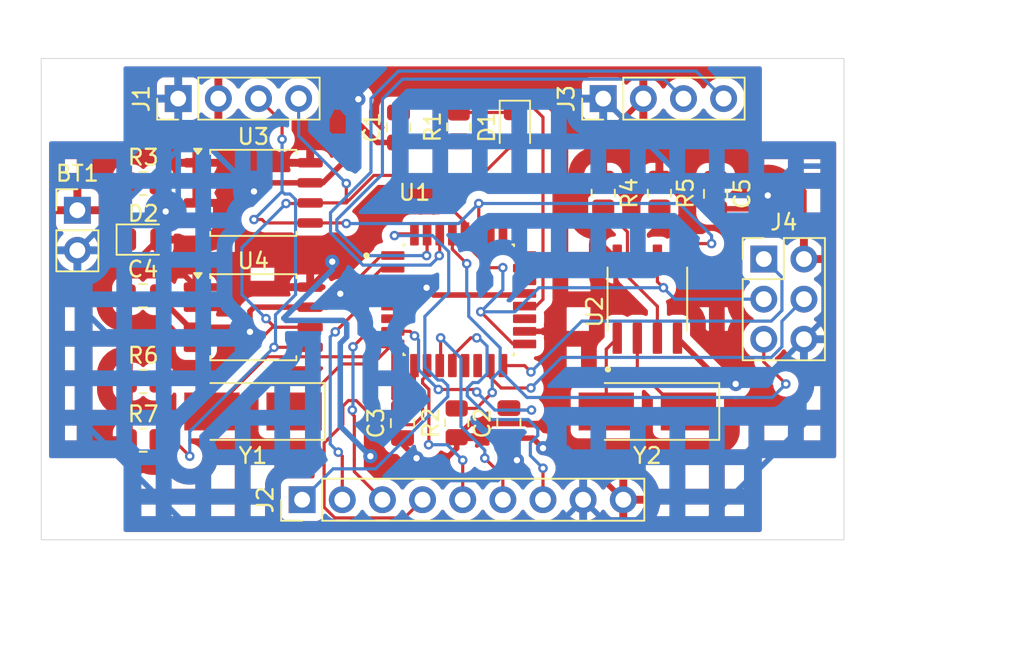
<source format=kicad_pcb>
(kicad_pcb (version 20240108) (generator "pcbnew") (generator_version "8.0")
  (title_block (title "${PROJECT_NAME}") (date "2025-02-01") (rev "1") (company "Jaime M. Villegas I.") (comment 1 "MCU Datalogger with 512KB EEPROM and Real-Time clock. 2-Layers PCB"))
  (layers (0 "F.Cu" jumper) (31 "B.Cu" signal) (34 "B.Paste" user) (35 "F.Paste" user) (36 "B.SilkS" user "B.Silkscreen") (37 "F.SilkS" user "F.Silkscreen") (38 "B.Mask" user) (39 "F.Mask" user) (44 "Edge.Cuts" user))
  (property "PROJECT_NAME" "ATMega328P MCU 512KB Datalogger")
  (net 0 "")
  (net 1 "GND")
  (net 2 "Net-(U1-AREF)")
  (net 3 "Net-(U1-PB6)")
  (net 4 "Net-(U1-PB7)")
  (net 5 "/VCC")
  (net 6 "/SCL")
  (net 7 "Net-(D1-K)")
  (net 8 "Net-(D2-K)")
  (net 9 "/SDA")
  (net 10 "/D5")
  (net 11 "/D2")
  (net 12 "/D4")
  (net 13 "/D3")
  (net 14 "/D6")
  (net 15 "/D7")
  (net 16 "/D8")
  (net 17 "/RX")
  (net 18 "/TX")
  (net 19 "/MISO")
  (net 20 "/RESET")
  (net 21 "/MOSI")
  (net 22 "Net-(U2-~{INTA})")
  (net 23 "Net-(U2-SQW{slash}~INT)")
  (net 34 "Net-(U2-X1)")
  (net 35 "Net-(U2-X2)")
  (footprint "Package_SO:SOIC-8_5.23x5.23mm_P1.27mm" (layer "F.Cu") (at 136.1 95.339)
    (property "Reference" "U3")
    (property "Value" "24LC1025")
  )
  (footprint "Resistor_SMD:R_0805_2012Metric" (layer "F.Cu") (at 149.098 91.161 90)
    (property "Reference" "R1")
    (property "Value" "330")
  )
  (footprint "MountingHole:MountingHole_2.1mm" (layer "F.Cu") (at 170.942 114.77)
    (property "Reference" "H4" (hide yes))
    (property "Value" "MountingHole")
  )
  (footprint "Resistor_SMD:R_0805_2012Metric" (layer "F.Cu") (at 129.1355 107.286)
    (property "Reference" "R6")
    (property "Value" "4.7K")
  )
  (footprint "ATMEGA328P-AU:QFP80P900X900X120-32N" (layer "F.Cu") (at 149.098 102.108)
    (property "Reference" "U1")
    (property "Value" "ATMEGA328P-AU")
  )
  (footprint "MountingHole:MountingHole_2.1mm" (layer "F.Cu") (at 170.942 89.37)
    (property "Reference" "H2" (hide yes))
    (property "Value" "MountingHole")
  )
  (footprint "MountingHole:MountingHole_2.1mm" (layer "F.Cu") (at 125.222 89.37)
    (property "Reference" "H1" (hide yes))
    (property "Value" "MountingHole")
  )
  (footprint "Capacitor_SMD:C_0805_2012Metric" (layer "F.Cu") (at 145.288 91.1985 90)
    (property "Reference" "C1")
    (property "Value" "0.1u")
  )
  (footprint "Package_SO:SOIC-8_5.23x5.23mm_P1.27mm" (layer "F.Cu") (at 136.1 103.213)
    (property "Reference" "U4")
    (property "Value" "24LC1025")
  )
  (footprint "Capacitor_SMD:C_0805_2012Metric" (layer "F.Cu") (at 165.354 95.4 -90)
    (property "Reference" "C5")
    (property "Value" "0.1u")
  )
  (footprint "MountingHole:MountingHole_2.1mm" (layer "F.Cu") (at 125.222 114.77)
    (property "Reference" "H3" (hide yes))
    (property "Value" "MountingHole")
  )
  (footprint "DS1337S_:SOIC127P600X175-8N" (layer "F.Cu") (at 161.036 102.07 90)
    (property "Reference" "U2")
    (property "Value" "DS1337S_")
  )
  (footprint "Crystal:Crystal_SMD_5032-2Pin_5.0x3.2mm_HandSoldering" (layer "F.Cu") (at 161.036 109.182 180)
    (property "Reference" "Y2")
    (property "Value" "32.768 KHz")
  )
  (footprint "Connector_PinHeader_2.54mm:PinHeader_2x03_P2.54mm_Vertical" (layer "F.Cu") (at 168.402 99.53)
    (property "Reference" "J4")
    (property "Value" "Conn_02x03_Odd_Even")
  )
  (footprint "Capacitor_SMD:C_0805_2012Metric" (layer "F.Cu") (at 152.273 109.921 90)
    (property "Reference" "C2")
    (property "Value" "22p")
  )
  (footprint "LED_SMD:LED_0805_2012Metric" (layer "F.Cu") (at 152.654 91.186 -90)
    (property "Reference" "D1")
    (property "Value" "LED")
  )
  (footprint "LED_SMD:LED_0805_2012Metric" (layer "F.Cu") (at 129.1355 98.298)
    (property "Reference" "D2")
    (property "Value" "LED")
  )
  (footprint "Crystal:Crystal_SMD_5032-2Pin_5.0x3.2mm_HandSoldering" (layer "F.Cu") (at 136.084 109.182 180)
    (property "Reference" "Y1")
    (property "Value" "16 MHz")
  )
  (footprint "Resistor_SMD:R_0805_2012Metric" (layer "F.Cu") (at 161.798 95.3625 -90)
    (property "Reference" "R5")
    (property "Value" "10K")
  )
  (footprint "Connector_PinHeader_2.54mm:PinHeader_1x02_P2.54mm_Vertical" (layer "F.Cu") (at 124.968 96.438)
    (property "Reference" "BT1")
    (property "Value" "Battery")
  )
  (footprint "Connector_PinHeader_2.54mm:PinHeader_1x04_P2.54mm_Vertical" (layer "F.Cu") (at 158.242 89.37 90)
    (property "Reference" "J3")
    (property "Value" "Conn_01x04_Pin")
  )
  (footprint "Capacitor_SMD:C_0805_2012Metric" (layer "F.Cu") (at 129.1155 101.854)
    (property "Reference" "C4")
    (property "Value" "100n")
  )
  (footprint "Resistor_SMD:R_0805_2012Metric" (layer "F.Cu") (at 129.1355 94.742)
    (property "Reference" "R3")
    (property "Value" "330")
  )
  (footprint "Connector_PinHeader_2.54mm:PinHeader_1x09_P2.54mm_Vertical" (layer "F.Cu") (at 139.192 114.77 90)
    (property "Reference" "J2")
    (property "Value" "Conn_01x09_Pin")
  )
  (footprint "Resistor_SMD:R_0805_2012Metric" (layer "F.Cu") (at 129.1355 110.998)
    (property "Reference" "R7")
    (property "Value" "4.7K")
  )
  (footprint "Connector_PinHeader_2.54mm:PinHeader_1x04_P2.54mm_Vertical" (layer "F.Cu") (at 131.35 89.37 90)
    (property "Reference" "J1")
    (property "Value" "Conn_01x04_Pin")
  )
  (footprint "Resistor_SMD:R_0805_2012Metric" (layer "F.Cu") (at 158.242 95.3625 -90)
    (property "Reference" "R4")
    (property "Value" "10K")
  )
  (footprint "Capacitor_SMD:C_0805_2012Metric" (layer "F.Cu") (at 145.542 109.921 90)
    (property "Reference" "C3")
    (property "Value" "22p")
  )
  (footprint "Resistor_SMD:R_0805_2012Metric" (layer "F.Cu") (at 148.971 109.901 90)
    (property "Reference" "R2")
    (property "Value" "10K")
  )
  (gr_rect (start 122.682 86.83) (end 173.482 117.31) (stroke (width 0.05)) (fill none) (layer "Edge.Cuts"))
  (segment (start 147.528 101.808) (end 147.066 101.346) (width 0.35) (layer "F.Cu") (net 1))
  (segment (start 145.542 111.252) (end 146.431 112.141) (width 0.35) (layer "F.Cu") (net 1))
  (segment (start 147.066 101.346) (end 146.628 100.908) (width 0.35) (layer "F.Cu") (net 1))
  (segment (start 142.748 90.932) (end 143.9645 92.1485) (width 0.35) (layer "F.Cu") (net 1))
  (segment (start 167.81 96.35) (end 165.354 96.35) (width 0.35) (layer "F.Cu") (net 1))
  (segment (start 145.6705 92.0735) (end 149.098 92.0735) (width 0.35) (layer "F.Cu") (net 1))
  (segment (start 168.656 95.504) (end 167.81 96.35) (width 0.35) (layer "F.Cu") (net 1))
  (segment (start 152.781 112.268) (end 152.781 111.379) (width 0.35) (layer "F.Cu") (net 1))
  (segment (start 142.748 89.408) (end 142.748 90.932) (width 0.35) (layer "F.Cu") (net 1))
  (segment (start 130.0655 101.854) (end 132.0595 103.848) (width 0.35) (layer "F.Cu") (net 1))
  (segment (start 166.624 107.442) (end 165.838 107.442) (width 0.35) (layer "F.Cu") (net 1))
  (segment (start 131.28 97.244) (end 132.5 97.244) (width 0.35) (layer "F.Cu") (net 1))
  (segment (start 145.904 102.508) (end 144.928 102.508) (width 0.35) (layer "F.Cu") (net 1))
  (segment (start 132.0595 103.848) (end 132.5 103.848) (width 0.35) (layer "F.Cu") (net 1))
  (segment (start 135.89 102.832) (end 136.144 102.578) (width 0.35) (layer "F.Cu") (net 1))
  (segment (start 142.748 92.455999) (end 142.748 90.932) (width 0.35) (layer "F.Cu") (net 1))
  (segment (start 152.781 111.379) (end 152.273 110.871) (width 0.35) (layer "F.Cu") (net 1))
  (segment (start 145.542 110.871) (end 145.542 111.252) (width 0.35) (layer "F.Cu") (net 1))
  (segment (start 140.499999 94.704) (end 142.748 92.455999) (width 0.35) (layer "F.Cu") (net 1))
  (segment (start 140.754 102.578) (end 141.605 101.727) (width 0.35) (layer "F.Cu") (net 1))
  (segment (start 145.288 92.1485) (end 145.5955 92.1485) (width 0.35) (layer "F.Cu") (net 1))
  (segment (start 153.797 110.871) (end 154.432 111.506) (width 0.35) (layer "F.Cu") (net 1))
  (segment (start 152.273 110.871) (end 153.797 110.871) (width 0.35) (layer "F.Cu") (net 1))
  (segment (start 165.838 107.442) (end 162.941 104.545) (width 0.35) (layer "F.Cu") (net 1))
  (segment (start 136.69 94.704) (end 139.7 94.704) (width 0.35) (layer "F.Cu") (net 1))
  (segment (start 139.7 102.578) (end 140.754 102.578) (width 0.35) (layer "F.Cu") (net 1))
  (segment (start 130.556 96.52) (end 130.556 95.25) (width 0.35) (layer "F.Cu") (net 1))
  (segment (start 135.598 103.848) (end 132.5 103.848) (width 0.35) (layer "F.Cu") (net 1))
  (segment (start 135.89 104.14) (end 135.598 103.848) (width 0.35) (layer "F.Cu") (net 1))
  (segment (start 153.208 101.808) (end 147.528 101.808) (width 0.35) (layer "F.Cu") (net 1))
  (segment (start 130.556 96.52) (end 131.28 97.244) (width 0.35) (layer "F.Cu") (net 1))
  (segment (start 136.144 102.578) (end 139.7 102.578) (width 0.35) (layer "F.Cu") (net 1))
  (segment (start 153.268 101.708) (end 153.268 101.748) (width 0.35) (layer "F.Cu") (net 1))
  (segment (start 130.556 95.25) (end 130.048 94.742) (width 0.35) (layer "F.Cu") (net 1))
  (segment (start 139.7 94.704) (end 140.499999 94.704) (width 0.35) (layer "F.Cu") (net 1))
  (segment (start 145.5955 92.1485) (end 145.6705 92.0735) (width 0.35) (layer "F.Cu") (net 1))
  (segment (start 147.066 101.346) (end 145.904 102.508) (width 0.35) (layer "F.Cu") (net 1))
  (segment (start 136.144 95.25) (end 136.69 94.704) (width 0.35) (layer "F.Cu") (net 1))
  (segment (start 146.628 100.908) (end 144.928 100.908) (width 0.35) (layer "F.Cu") (net 1))
  (segment (start 132.5 105.118) (end 132.5 103.848) (width 0.35) (layer "F.Cu") (net 1))
  (segment (start 135.89 104.14) (end 135.89 102.832) (width 0.35) (layer "F.Cu") (net 1))
  (segment (start 143.9645 92.1485) (end 145.288 92.1485) (width 0.35) (layer "F.Cu") (net 1))
  (segment (start 153.268 101.748) (end 153.208 101.808) (width 0.35) (layer "F.Cu") (net 1))
  (via (at 147.066 101.346) (size 0.9) (drill 0.4) (layers "F.Cu" "B.Cu") (net 1))
  (via (at 146.431 112.141) (size 0.9) (drill 0.4) (layers "F.Cu" "B.Cu") (net 1))
  (via (at 136.144 95.25) (size 0.9) (drill 0.4) (layers "F.Cu" "B.Cu") (net 1))
  (via (at 135.89 104.14) (size 0.9) (drill 0.4) (layers "F.Cu" "B.Cu") (net 1))
  (via (at 142.748 89.408) (size 0.9) (drill 0.4) (layers "F.Cu" "B.Cu") (net 1))
  (via (at 152.781 112.268) (size 0.9) (drill 0.4) (layers "F.Cu" "B.Cu") (net 1))
  (via (at 141.605 101.727) (size 0.9) (drill 0.4) (layers "F.Cu" "B.Cu") (net 1))
  (via (at 166.624 107.442) (size 0.9) (drill 0.4) (layers "F.Cu" "B.Cu") (net 1))
  (via (at 168.656 95.504) (size 0.9) (drill 0.4) (layers "F.Cu" "B.Cu") (net 1))
  (via (at 130.556 96.52) (size 0.9) (drill 0.4) (layers "F.Cu" "B.Cu") (net 1))
  (via (at 154.432 111.506) (size 0.9) (drill 0.4) (layers "F.Cu" "B.Cu") (net 1))
  (segment (start 124.968 98.978) (end 124.968 109.474) (width 0.35) (layer "B.Cu") (net 1))
  (segment (start 170.942 104.61) (end 170.942 109.982) (width 0.35) (layer "B.Cu") (net 1))
  (segment (start 133.49 92.596) (end 136.144 95.25) (width 0.35) (layer "B.Cu") (net 1))
  (segment (start 170.942 109.982) (end 164.879 116.045) (width 0.35) (layer "B.Cu") (net 1))
  (segment (start 158.917 90.045) (end 158.917 89.431877) (width 0.35) (layer "B.Cu") (net 1))
  (segment (start 131.35 92.596) (end 133.49 92.596) (width 0.35) (layer "B.Cu") (net 1))
  (segment (start 155.956 111.506) (end 154.432 111.506) (width 0.35) (layer "B.Cu") (net 1))
  (segment (start 172.217 93.644) (end 170.262 93.644) (width 0.35) (layer "B.Cu") (net 1))
  (segment (start 156.972 112.522) (end 155.956 111.506) (width 0.35) (layer "B.Cu") (net 1))
  (segment (start 168.11 107.442) (end 166.624 107.442) (width 0.35) (layer "B.Cu") (net 1))
  (segment (start 151.554 113.495) (end 152.781 112.268) (width 0.35) (layer "B.Cu") (net 1))
  (segment (start 131.35 92.596) (end 131.35 89.37) (width 0.35) (layer "B.Cu") (net 1))
  (segment (start 155.41 116.332) (end 156.972 114.77) (width 0.35) (layer "B.Cu") (net 1))
  (segment (start 124.968 98.978) (end 131.35 92.596) (width 0.35) (layer "B.Cu") (net 1))
  (segment (start 158.242 89.37) (end 158.917 90.045) (width 0.35) (layer "B.Cu") (net 1))
  (segment (start 168.656 95.25) (end 168.656 95.504) (width 0.35) (layer "B.Cu") (net 1))
  (segment (start 131.35 95.726) (end 131.35 92.596) (width 0.35) (layer "B.Cu") (net 1))
  (segment (start 146.685 101.727) (end 147.066 101.346) (width 0.35) (layer "B.Cu") (net 1))
  (segment (start 124.968 102.362) (end 126.746 104.14) (width 0.35) (layer "B.Cu") (net 1))
  (segment (start 164.879 116.045) (end 158.247 116.045) (width 0.35) (layer "B.Cu") (net 1))
  (segment (start 170.942 104.61) (end 168.11 107.442) (width 0.35) (layer "B.Cu") (net 1))
  (segment (start 170.18 93.726) (end 168.656 95.25) (width 0.35) (layer "B.Cu") (net 1))
  (segment (start 124.968 98.978) (end 124.968 102.362) (width 0.35) (layer "B.Cu") (net 1))
  (segment (start 124.968 109.474) (end 131.826 116.332) (width 0.35) (layer "B.Cu") (net 1))
  (segment (start 156.972 114.77) (end 156.972 112.522) (width 0.35) (layer "B.Cu") (net 1))
  (segment (start 172.217 93.644) (end 172.217 103.335) (width 0.35) (layer "B.Cu") (net 1))
  (segment (start 164.376 95.504) (end 168.656 95.504) (width 0.35) (layer "B.Cu") (net 1))
  (segment (start 158.247 116.045) (end 156.972 114.77) (width 0.35) (layer "B.Cu") (net 1))
  (segment (start 170.262 93.644) (end 170.18 93.726) (width 0.35) (layer "B.Cu") (net 1))
  (segment (start 130.556 96.52) (end 131.35 95.726) (width 0.35) (layer "B.Cu") (net 1))
  (segment (start 131.826 116.332) (end 155.41 116.332) (width 0.35) (layer "B.Cu") (net 1))
  (segment (start 147.785 113.495) (end 151.554 113.495) (width 0.35) (layer "B.Cu") (net 1))
  (segment (start 126.746 104.14) (end 135.89 104.14) (width 0.35) (layer "B.Cu") (net 1))
  (segment (start 146.431 112.141) (end 147.785 113.495) (width 0.35) (layer "B.Cu") (net 1))
  (segment (start 158.242 89.37) (end 164.376 95.504) (width 0.35) (layer "B.Cu") (net 1))
  (segment (start 141.605 101.727) (end 146.685 101.727) (width 0.35) (layer "B.Cu") (net 1))
  (segment (start 142.786 89.37) (end 142.748 89.408) (width 0.35) (layer "B.Cu") (net 1))
  (segment (start 172.217 103.335) (end 170.942 104.61) (width 0.35) (layer "B.Cu") (net 1))
  (segment (start 153.317232 89.436) (end 154.432 90.550768) (width 0.2) (layer "F.Cu") (net 2))
  (segment (start 145.288 90.2485) (end 146.1005 89.436) (width 0.2) (layer "F.Cu") (net 2))
  (segment (start 154.432 90.550768) (end 154.432 102.079) (width 0.2) (layer "F.Cu") (net 2))
  (segment (start 146.1005 89.436) (end 153.317232 89.436) (width 0.2) (layer "F.Cu") (net 2))
  (segment (start 154.432 102.079) (end 154.003 102.508) (width 0.2) (layer "F.Cu") (net 2))
  (segment (start 154.003 102.508) (end 153.268 102.508) (width 0.2) (layer "F.Cu") (net 2))
  (segment (start 153.703 109.093) (end 152.395 109.093) (width 0.2) (layer "F.Cu") (net 3))
  (segment (start 152.273 109.098) (end 152.024 109.098) (width 0.2) (layer "F.Cu") (net 3))
  (segment (start 150.082211 107.791211) (end 150.241 107.95) (width 0.2) (layer "F.Cu") (net 3))
  (segment (start 144.332104 104.108) (end 144.928 104.108) (width 0.2) (layer "F.Cu") (net 3))
  (segment (start 152.395 109.093) (end 152.273 108.971) (width 0.2) (layer "F.Cu") (net 3))
  (segment (start 147.812 107.791211) (end 150.082211 107.791211) (width 0.2) (layer "F.Cu") (net 3))
  (segment (start 143.893 104.547104) (end 144.332104 104.108) (width 0.2) (layer "F.Cu") (net 3))
  (segment (start 133.484 109.182) (end 136.948 105.718) (width 0.2) (layer "F.Cu") (net 3))
  (segment (start 143.202 105.718) (end 143.893 105.027) (width 0.2) (layer "F.Cu") (net 3))
  (segment (start 146.304 104.394) (end 146.018 104.108) (width 0.2) (layer "F.Cu") (net 3))
  (segment (start 136.948 105.718) (end 143.202 105.718) (width 0.2) (layer "F.Cu") (net 3))
  (segment (start 146.018 104.108) (end 144.928 104.108) (width 0.2) (layer "F.Cu") (net 3))
  (segment (start 143.893 105.027) (end 143.893 104.547104) (width 0.2) (layer "F.Cu") (net 3))
  (via (at 146.304 104.394) (size 0.6) (drill 0.3) (layers "F.Cu" "B.Cu") (net 3))
  (via (at 150.241 107.95) (size 0.6) (drill 0.3) (layers "F.Cu" "B.Cu") (net 3))
  (via (at 153.703 109.093) (size 0.6) (drill 0.3) (layers "F.Cu" "B.Cu") (net 3))
  (via (at 147.812 107.791211) (size 0.6) (drill 0.3) (layers "F.Cu" "B.Cu") (net 3))
  (segment (start 151.384 109.093) (end 153.703 109.093) (width 0.2) (layer "B.Cu") (net 3))
  (segment (start 146.558 104.648) (end 146.304 104.394) (width 0.2) (layer "B.Cu") (net 3))
  (segment (start 147.812 107.791211) (end 146.558 106.537211) (width 0.2) (layer "B.Cu") (net 3))
  (segment (start 150.241 107.95) (end 151.384 109.093) (width 0.2) (layer "B.Cu") (net 3))
  (segment (start 146.558 106.537211) (end 146.558 104.648) (width 0.2) (layer "B.Cu") (net 3))
  (segment (start 141.694 106.172) (end 143.664 106.172) (width 0.2) (layer "F.Cu") (net 4))
  (segment (start 143.664 106.172) (end 144.928 104.908) (width 0.2) (layer "F.Cu") (net 4))
  (segment (start 145.542 108.971) (end 144.928 108.357) (width 0.2) (layer "F.Cu") (net 4))
  (segment (start 138.684 109.182) (end 141.694 106.172) (width 0.2) (layer "F.Cu") (net 4))
  (segment (start 144.928 108.357) (end 144.928 104.908) (width 0.2) (layer "F.Cu") (net 4))
  (segment (start 139.7 101.308) (end 140.499999 101.308) (width 0.35) (layer "F.Cu") (net 5))
  (segment (start 170.942 99.53) (end 170.942 95.25) (width 0.35) (layer "F.Cu") (net 5))
  (segment (start 154.654 104.108) (end 153.268 104.108) (width 0.35) (layer "F.Cu") (net 5))
  (segment (start 133.725 96.133) (end 133.566 95.974) (width 0.35) (layer "F.Cu") (net 5))
  (segment (start 143.51 112.014) (end 144.526 113.03) (width 0.35) (layer "F.Cu") (net 5))
  (segment (start 161.798 94.45) (end 158.242 94.45) (width 0.35) (layer "F.Cu") (net 5))
  (segment (start 132.5 102.578) (end 132.5 101.308) (width 0.35) (layer "F.Cu") (net 5))
  (segment (start 128.1655 99.6725) (end 128.27 99.568) (width 0.35) (layer "F.Cu") (net 5))
  (segment (start 157.117 97.581) (end 157.117 95.575) (width 0.35) (layer "F.Cu") (net 5))
  (segment (start 127 99.568) (end 128.27 99.568) (width 0.35) (layer "F.Cu") (net 5))
  (segment (start 133.566 95.974) (end 132.5 95.974) (width 0.35) (layer "F.Cu") (net 5))
  (segment (start 128.223 102.315) (end 128.223 107.286) (width 0.35) (layer "F.Cu") (net 5))
  (segment (start 131.776 100.584) (end 128.1655 100.584) (width 0.35) (layer "F.Cu") (net 5))
  (segment (start 133.89 89.37) (end 133.89 92.044) (width 0.35) (layer "F.Cu") (net 5))
  (segment (start 141.097 99.911) (end 139.7 101.308) (width 0.35) (layer "F.Cu") (net 5))
  (segment (start 132.5 101.308) (end 139.7 101.308) (width 0.35) (layer "F.Cu") (net 5))
  (segment (start 165.354 94.45) (end 170.142 94.45) (width 0.35) (layer "F.Cu") (net 5))
  (segment (start 147.447 113.03) (end 148.971 111.506) (width 0.35) (layer "F.Cu") (net 5))
  (segment (start 124.968 96.438) (end 126.664 96.438) (width 0.35) (layer "F.Cu") (net 5))
  (segment (start 128.803 99.568) (end 130.073 98.298) (width 0.35) (layer "F.Cu") (net 5))
  (segment (start 155.158 109.946) (end 155.194 109.982) (width 0.35) (layer "F.Cu") (net 5))
  (segment (start 132.5 93.434) (end 132.5 94.704) (width 0.35) (layer "F.Cu") (net 5))
  (segment (start 148.971 110.8135) (end 149.8385 109.946) (width 0.35) (layer "F.Cu") (net 5))
  (segment (start 126.664 96.438) (end 127 96.774) (width 0.35) (layer "F.Cu") (net 5))
  (segment (start 128.1655 102.2575) (end 128.223 102.315) (width 0.35) (layer "F.Cu") (net 5))
  (segment (start 132.5 93.434) (end 139.7 93.434) (width 0.35) (layer "F.Cu") (net 5))
  (segment (start 159.131 99.595) (end 157.117 97.581) (width 0.35) (layer "F.Cu") (net 5))
  (segment (start 128.1655 101.854) (end 128.1655 102.2575) (width 0.35) (layer "F.Cu") (net 5))
  (segment (start 128.1655 101.854) (end 128.1655 100.584) (width 0.35) (layer "F.Cu") (net 5))
  (segment (start 165.354 94.45) (end 161.798 94.45) (width 0.35) (layer "F.Cu") (net 5))
  (segment (start 158.242 94.45) (end 158.242 91.91) (width 0.35) (layer "F.Cu") (net 5))
  (segment (start 149.8385 109.946) (end 155.158 109.946) (width 0.35) (layer "F.Cu") (net 5))
  (segment (start 132.5 101.308) (end 131.776 100.584) (width 0.35) (layer "F.Cu") (net 5))
  (segment (start 128.27 99.568) (end 128.803 99.568) (width 0.35) (layer "F.Cu") (net 5))
  (segment (start 155.194 109.982) (end 155.194 110.452) (width 0.35) (layer "F.Cu") (net 5))
  (segment (start 141.097 99.695) (end 141.097 99.911) (width 0.35) (layer "F.Cu") (net 5))
  (segment (start 170.142 94.45) (end 170.942 95.25) (width 0.35) (layer "F.Cu") (net 5))
  (segment (start 148.971 111.506) (end 148.971 110.8135) (width 0.35) (layer "F.Cu") (net 5))
  (segment (start 155.194 104.648) (end 154.654 104.108) (width 0.35) (layer "F.Cu") (net 5))
  (segment (start 144.526 113.03) (end 147.447 113.03) (width 0.35) (layer "F.Cu") (net 5))
  (segment (start 128.223 110.998) (end 128.223 107.286) (width 0.35) (layer "F.Cu") (net 5))
  (segment (start 132.5 95.974) (end 132.5 94.704) (width 0.35) (layer "F.Cu") (net 5))
  (segment (start 130.073 98.298) (end 133.063328 98.298) (width 0.35) (layer "F.Cu") (net 5))
  (segment (start 128.1655 100.584) (end 128.1655 99.6725) (width 0.35) (layer "F.Cu") (net 5))
  (segment (start 155.194 104.648) (end 155.194 109.982) (width 0.35) (layer "F.Cu") (net 5))
  (segment (start 157.117 95.575) (end 158.242 94.45) (width 0.35) (layer "F.Cu") (net 5))
  (segment (start 133.725 97.636328) (end 133.725 96.133) (width 0.35) (layer "F.Cu") (net 5))
  (segment (start 133.89 92.044) (end 132.5 93.434) (width 0.35) (layer "F.Cu") (net 5))
  (segment (start 155.194 110.452) (end 159.512 114.77) (width 0.35) (layer "F.Cu") (net 5))
  (segment (start 133.063328 98.298) (end 133.725 97.636328) (width 0.35) (layer "F.Cu") (net 5))
  (segment (start 127 96.774) (end 127 99.568) (width 0.35) (layer "F.Cu") (net 5))
  (segment (start 158.242 91.91) (end 160.782 89.37) (width 0.35) (layer "F.Cu") (net 5))
  (via (at 143.51 112.014) (size 0.9) (drill 0.4) (layers "F.Cu" "B.Cu") (net 5))
  (via (at 141.097 99.695) (size 0.9) (drill 0.4) (layers "F.Cu" "B.Cu") (net 5))
  (segment (start 143.51 112.014) (end 141.605 110.109) (width 0.35) (layer "B.Cu") (net 5))
  (segment (start 141.605 110.109) (end 141.605 104.865) (width 0.35) (layer "B.Cu") (net 5))
  (segment (start 142.0125 104.4575) (end 142.0125 103.649195) (width 0.35) (layer "B.Cu") (net 5))
  (segment (start 138.031 103.271933) (end 141.097 100.205933) (width 0.35) (layer "B.Cu") (net 5))
  (segment (start 142.0125 103.649195) (end 141.778305 103.415) (width 0.35) (layer "B.Cu") (net 5))
  (segment (start 141.778305 103.415) (end 138.174067 103.415) (width 0.35) (layer "B.Cu") (net 5))
  (segment (start 138.174067 103.415) (end 138.031 103.271933) (width 0.35) (layer "B.Cu") (net 5))
  (segment (start 141.605 104.865) (end 142.0125 104.4575) (width 0.35) (layer "B.Cu") (net 5))
  (segment (start 141.097 100.205933) (end 141.097 99.695) (width 0.35) (layer "B.Cu") (net 5))
  (segment (start 141.986 95.974) (end 143.726 94.234) (width 0.2) (layer "F.Cu") (net 6))
  (segment (start 150.263 93.98) (end 148.269 95.974) (width 0.2) (layer "F.Cu") (net 6))
  (segment (start 148.269 95.974) (end 149.498 97.203) (width 0.2) (layer "F.Cu") (net 6))
  (segment (start 141.986 94.742) (end 141.986 95.974) (width 0.2) (layer "F.Cu") (net 6))
  (segment (start 152.654 92.1235) (end 150.7975 93.98) (width 0.2) (layer "F.Cu") (net 6))
  (segment (start 137.313371 103.848) (end 133.875371 107.286) (width 0.2) (layer "F.Cu") (net 6))
  (segment (start 139.662 96.012) (end 139.7 95.974) (width 0.2) (layer "F.Cu") (net 6))
  (segment (start 137.451 103.848) (end 136.906 103.303) (width 0.2) (layer "F.Cu") (net 6))
  (segment (start 152.533 104.908) (end 153.268 104.908) (width 0.2) (layer "F.Cu") (net 6))
  (segment (start 138.176 96.012) (end 139.662 96.012) (width 0.2) (layer "F.Cu") (net 6))
  (segment (start 150.495 102.87) (end 152.533 104.908) (width 0.2) (layer "F.Cu") (net 6))
  (segment (start 149.498 97.203) (end 149.498 97.938) (width 0.2) (layer "F.Cu") (net 6))
  (segment (start 161.671 100.965) (end 161.671 99.595) (width 0.2) (layer "F.Cu") (net 6))
  (segment (start 148.269 94.929) (end 148.269 95.974) (width 0.2) (layer "F.Cu") (net 6))
  (segment (start 133.875371 107.286) (end 130.048 107.286) (width 0.2) (layer "F.Cu") (net 6))
  (segment (start 150.7975 93.98) (end 150.263 93.98) (width 0.2) (layer "F.Cu") (net 6))
  (segment (start 147.574 94.234) (end 148.269 94.929) (width 0.2) (layer "F.Cu") (net 6))
  (segment (start 139.7 103.848) (end 137.313371 103.848) (width 0.2) (layer "F.Cu") (net 6))
  (segment (start 143.726 94.234) (end 147.574 94.234) (width 0.2) (layer "F.Cu") (net 6))
  (segment (start 151.040104 100.076) (end 149.498 98.533896) (width 0.2) (layer "F.Cu") (net 6))
  (segment (start 149.498 98.533896) (end 149.498 97.938) (width 0.2) (layer "F.Cu") (net 6))
  (segment (start 139.7 103.848) (end 137.451 103.848) (width 0.2) (layer "F.Cu") (net 6))
  (segment (start 139.7 95.974) (end 141.986 95.974) (width 0.2) (layer "F.Cu") (net 6))
  (segment (start 151.892 100.076) (end 151.040104 100.076) (width 0.2) (layer "F.Cu") (net 6))
  (segment (start 162.052 101.346) (end 161.671 100.965) (width 0.2) (layer "F.Cu") (net 6))
  (via (at 138.176 96.012) (size 0.6) (drill 0.3) (layers "F.Cu" "B.Cu") (net 6))
  (via (at 150.495 102.87) (size 0.6) (drill 0.3) (layers "F.Cu" "B.Cu") (net 6))
  (via (at 141.986 94.742) (size 0.6) (drill 0.3) (layers "F.Cu" "B.Cu") (net 6))
  (via (at 136.906 103.303) (size 0.6) (drill 0.3) (layers "F.Cu" "B.Cu") (net 6))
  (via (at 162.052 101.346) (size 0.6) (drill 0.3) (layers "F.Cu" "B.Cu") (net 6))
  (via (at 151.892 100.076) (size 0.6) (drill 0.3) (layers "F.Cu" "B.Cu") (net 6))
  (segment (start 138.97 91.726) (end 141.986 94.742) (width 0.2) (layer "B.Cu") (net 6))
  (segment (start 135.382 98.806) (end 138.176 96.012) (width 0.2) (layer "B.Cu") (net 6))
  (segment (start 162.776 102.07) (end 168.402 102.07) (width 0.2) (layer "B.Cu") (net 6))
  (segment (start 162.052 101.346) (end 162.776 102.07) (width 0.2) (layer "B.Cu") (net 6))
  (segment (start 154.178 101.346) (end 162.052 101.346) (width 0.2) (layer "B.Cu") (net 6))
  (segment (start 152.654 102.87) (end 154.178 101.346) (width 0.2) (layer "B.Cu") (net 6))
  (segment (start 151.892 100.076) (end 151.892 101.473) (width 0.2) (layer "B.Cu") (net 6))
  (segment (start 151.892 101.473) (end 150.495 102.87) (width 0.2) (layer "B.Cu") (net 6))
  (segment (start 135.382 101.779) (end 135.382 98.806) (width 0.2) (layer "B.Cu") (net 6))
  (segment (start 150.495 102.87) (end 152.654 102.87) (width 0.2) (layer "B.Cu") (net 6))
  (segment (start 136.906 103.303) (end 135.382 101.779) (width 0.2) (layer "B.Cu") (net 6))
  (segment (start 138.97 89.37) (end 138.97 91.726) (width 0.2) (layer "B.Cu") (net 6))
  (segment (start 149.098 90.2485) (end 152.654 90.2485) (width 0.2) (layer "F.Cu") (net 7))
  (segment (start 128.198 98.298) (end 128.198 94.767) (width 0.2) (layer "F.Cu") (net 8))
  (segment (start 128.198 94.767) (end 128.223 94.742) (width 0.2) (layer "F.Cu") (net 8))
  (segment (start 128.223 98.273) (end 128.198 98.298) (width 0.2) (layer "F.Cu") (net 8))
  (segment (start 131.064 110.998) (end 130.048 110.998) (width 0.2) (layer "F.Cu") (net 9))
  (segment (start 137.922 90.862) (end 137.922 91.948) (width 0.2) (layer "F.Cu") (net 9))
  (segment (start 141.948 97.244) (end 141.986 97.282) (width 0.2) (layer "F.Cu") (net 9))
  (segment (start 136.652 97.028) (end 136.868 97.244) (width 0.2) (layer "F.Cu") (net 9))
  (segment (start 139.7 105.118) (end 137.414 105.118) (width 0.2) (layer "F.Cu") (net 9))
  (segment (start 150.368 96.012) (end 150.368 97.868) (width 0.2) (layer "F.Cu") (net 9))
  (segment (start 132.08 112.014) (end 131.064 110.998) (width 0.2) (layer "F.Cu") (net 9))
  (segment (start 136.144 97.028) (end 136.652 97.028) (width 0.2) (layer "F.Cu") (net 9))
  (segment (start 136.868 97.244) (end 139.7 97.244) (width 0.2) (layer "F.Cu") (net 9))
  (segment (start 150.368 97.868) (end 150.298 97.938) (width 0.2) (layer "F.Cu") (net 9))
  (segment (start 163.984 98.552) (end 162.941 99.595) (width 0.2) (layer "F.Cu") (net 9))
  (segment (start 165.1 98.552) (end 163.984 98.552) (width 0.2) (layer "F.Cu") (net 9))
  (segment (start 136.43 89.37) (end 137.922 90.862) (width 0.2) (layer "F.Cu") (net 9))
  (segment (start 139.7 97.244) (end 141.948 97.244) (width 0.2) (layer "F.Cu") (net 9))
  (via (at 141.986 97.282) (size 0.6) (drill 0.3) (layers "F.Cu" "B.Cu") (net 9))
  (via (at 165.1 98.552) (size 0.6) (drill 0.3) (layers "F.Cu" "B.Cu") (net 9))
  (via (at 137.414 105.118) (size 0.6) (drill 0.3) (layers "F.Cu" "B.Cu") (net 9))
  (via (at 136.144 97.028) (size 0.6) (drill 0.3) (layers "F.Cu" "B.Cu") (net 9))
  (via (at 137.922 91.948) (size 0.6) (drill 0.3) (layers "F.Cu" "B.Cu") (net 9))
  (via (at 132.08 112.014) (size 0.6) (drill 0.3) (layers "F.Cu" "B.Cu") (net 9))
  (via (at 150.368 96.012) (size 0.6) (drill 0.3) (layers "F.Cu" "B.Cu") (net 9))
  (segment (start 149.098 97.282) (end 150.368 96.012) (width 0.2) (layer "B.Cu") (net 9))
  (segment (start 137.414 105.118) (end 137.506 105.026) (width 0.2) (layer "B.Cu") (net 9))
  (segment (start 138.424529 95.412) (end 138.084 95.412) (width 0.2) (layer "B.Cu") (net 9))
  (segment (start 138.776 95.763471) (end 138.424529 95.412) (width 0.2) (layer "B.Cu") (net 9))
  (segment (start 163.068 96.012) (end 150.368 96.012) (width 0.2) (layer "B.Cu") (net 9))
  (segment (start 137.414 105.118) (end 132.08 110.452) (width 0.2) (layer "B.Cu") (net 9))
  (segment (start 132.08 110.452) (end 132.08 112.014) (width 0.2) (layer "B.Cu") (net 9))
  (segment (start 138.776 101.784471) (end 138.776 95.763471) (width 0.2) (layer "B.Cu") (net 9))
  (segment (start 138.084 95.412) (end 137.922 95.25) (width 0.2) (layer "B.Cu") (net 9))
  (segment (start 137.922 91.948) (end 137.922 95.25) (width 0.2) (layer "B.Cu") (net 9))
  (segment (start 137.506 103.054471) (end 138.776 101.784471) (width 0.2) (layer "B.Cu") (net 9))
  (segment (start 165.1 98.552) (end 165.1 98.044) (width 0.2) (layer "B.Cu") (net 9))
  (segment (start 141.986 97.282) (end 149.098 97.282) (width 0.2) (layer "B.Cu") (net 9))
  (segment (start 137.506 105.026) (end 137.506 103.054471) (width 0.2) (layer "B.Cu") (net 9))
  (segment (start 165.1 98.044) (end 163.068 96.012) (width 0.2) (layer "B.Cu") (net 9))
  (segment (start 137.922 95.25) (end 136.144 97.028) (width 0.2) (layer "B.Cu") (net 9))
  (segment (start 146.272456 110.021) (end 146.812 109.481456) (width 0.2) (layer "F.Cu") (net 10))
  (segment (start 140.582 115.246346) (end 140.582 111.180529) (width 0.2) (layer "F.Cu") (net 10))
  (segment (start 146.812 109.481456) (end 146.812 107.95) (width 0.2) (layer "F.Cu") (net 10))
  (segment (start 146.812 107.95) (end 146.298 107.436) (width 0.2) (layer "F.Cu") (net 10))
  (segment (start 140.582 111.180529) (end 141.767 109.995529) (width 0.2) (layer "F.Cu") (net 10))
  (segment (start 146.812 114.77) (end 145.662 115.92) (width 0.2) (layer "F.Cu") (net 10))
  (segment (start 141.767 108.844471) (end 142.118471 108.493) (width 0.2) (layer "F.Cu") (net 10))
  (segment (start 144.143529 110.021) (end 146.272456 110.021) (width 0.2) (layer "F.Cu") (net 10))
  (segment (start 141.255654 115.92) (end 140.582 115.246346) (width 0.2) (layer "F.Cu") (net 10))
  (segment (start 146.298 107.436) (end 146.298 106.278) (width 0.2) (layer "F.Cu") (net 10))
  (segment (start 141.767 109.995529) (end 141.767 108.844471) (width 0.2) (layer "F.Cu") (net 10))
  (segment (start 142.615529 108.493) (end 144.143529 110.021) (width 0.2) (layer "F.Cu") (net 10))
  (segment (start 142.118471 108.493) (end 142.615529 108.493) (width 0.2) (layer "F.Cu") (net 10))
  (segment (start 145.662 115.92) (end 141.255654 115.92) (width 0.2) (layer "F.Cu") (net 10))
  (segment (start 145.14 97.938) (end 145.034 98.044) (width 0.2) (layer "F.Cu") (net 11))
  (segment (start 146.298 97.938) (end 145.14 97.938) (width 0.2) (layer "F.Cu") (net 11))
  (via (at 145.034 98.044) (size 0.6) (drill 0.3) (layers "F.Cu" "B.Cu") (net 11))
  (segment (start 148.060529 107.191211) (end 148.412 107.542682) (width 0.2) (layer "B.Cu") (net 11))
  (segment (start 147.777686 107.191211) (end 148.060529 107.191211) (width 0.2) (layer "B.Cu") (net 11))
  (segment (start 148.466003 101.654683) (end 146.958 103.162686) (width 0.2) (layer "B.Cu") (net 11))
  (segment (start 146.958 103.162686) (end 146.958 106.371525) (width 0.2) (layer "B.Cu") (net 11))
  (segment (start 148.412 107.542682) (end 148.412 108.243371) (width 0.2) (layer "B.Cu") (net 11))
  (segment (start 147.444532 98.044) (end 148.466003 99.065471) (width 0.2) (layer "B.Cu") (net 11))
  (segment (start 141.148 112.814) (end 139.192 114.77) (width 0.2) (layer "B.Cu") (net 11))
  (segment (start 148.466003 99.065471) (end 148.466003 101.654683) (width 0.2) (layer "B.Cu") (net 11))
  (segment (start 143.841371 112.814) (end 141.148 112.814) (width 0.2) (layer "B.Cu") (net 11))
  (segment (start 145.034 98.044) (end 147.444532 98.044) (width 0.2) (layer "B.Cu") (net 11))
  (segment (start 146.958 106.371525) (end 147.777686 107.191211) (width 0.2) (layer "B.Cu") (net 11))
  (segment (start 148.412 108.243371) (end 143.841371 112.814) (width 0.2) (layer "B.Cu") (net 11))
  (segment (start 144.928 100.108) (end 144.261394 100.108) (width 0.2) (layer "F.Cu") (net 12))
  (segment (start 143.021 104.474306) (end 142.408186 105.08712) (width 0.2) (layer "F.Cu") (net 12))
  (segment (start 143.021 101.348394) (end 143.021 104.474306) (width 0.2) (layer "F.Cu") (net 12))
  (segment (start 144.272 114.77) (end 142.494 112.992) (width 0.2) (layer "F.Cu") (net 12))
  (segment (start 142.494 109.474) (end 142.494 112.214) (width 0.2) (layer "F.Cu") (net 12))
  (segment (start 144.261394 100.108) (end 143.021 101.348394) (width 0.2) (layer "F.Cu") (net 12))
  (segment (start 142.367 109.347) (end 142.494 109.474) (width 0.2) (layer "F.Cu") (net 12))
  (segment (start 142.367 109.093) (end 142.367 109.347) (width 0.2) (layer "F.Cu") (net 12))
  (segment (start 142.494 112.992) (end 142.494 112.214) (width 0.2) (layer "F.Cu") (net 12))
  (via (at 142.408186 105.08712) (size 0.6) (drill 0.3) (layers "F.Cu" "B.Cu") (net 12))
  (via (at 142.367 109.093) (size 0.6) (drill 0.3) (layers "F.Cu" "B.Cu") (net 12))
  (segment (start 142.367 109.093) (end 142.408186 109.051814) (width 0.2) (layer "B.Cu") (net 12))
  (segment (start 142.408186 109.051814) (end 142.408186 105.08712) (width 0.2) (layer "B.Cu") (net 12))
  (segment (start 141.2875 104.14) (end 142.621 102.8065) (width 0.2) (layer "F.Cu") (net 13))
  (segment (start 142.621 100.88) (end 144.193 99.308) (width 0.2) (layer "F.Cu") (net 13))
  (segment (start 141.732 112.014) (end 141.732 114.77) (width 0.2) (layer "F.Cu") (net 13))
  (segment (start 144.193 99.308) (end 144.928 99.308) (width 0.2) (layer "F.Cu") (net 13))
  (segment (start 142.621 102.8065) (end 142.621 100.88) (width 0.2) (layer "F.Cu") (net 13))
  (segment (start 141.478 111.76) (end 141.732 112.014) (width 0.2) (layer "F.Cu") (net 13))
  (via (at 141.2875 104.14) (size 0.6) (drill 0.3) (layers "F.Cu" "B.Cu") (net 13))
  (via (at 141.478 111.76) (size 0.6) (drill 0.3) (layers "F.Cu" "B.Cu") (net 13))
  (segment (start 140.97 111.252) (end 141.478 111.76) (width 0.2) (layer "B.Cu") (net 13))
  (segment (start 141.2875 104.14) (end 140.97 104.4575) (width 0.2) (layer "B.Cu") (net 13))
  (segment (start 140.97 104.4575) (end 140.97 111.252) (width 0.2) (layer "B.Cu") (net 13))
  (segment (start 147.098 106.873896) (end 147.098 106.278) (width 0.2) (layer "F.Cu") (net 14))
  (segment (start 147.193 111.289) (end 147.212 111.27) (width 0.2) (layer "F.Cu") (net 14))
  (segment (start 147.212 111.27) (end 147.212 107.784314) (width 0.2) (layer "F.Cu") (net 14))
  (segment (start 146.812 107.159896) (end 147.098 106.873896) (width 0.2) (layer "F.Cu") (net 14))
  (segment (start 149.352 114.77) (end 149.352 112.268) (width 0.2) (layer "F.Cu") (net 14))
  (segment (start 146.812 107.384314) (end 146.812 107.159896) (width 0.2) (layer "F.Cu") (net 14))
  (segment (start 147.212 107.784314) (end 146.812 107.384314) (width 0.2) (layer "F.Cu") (net 14))
  (via (at 147.193 111.289) (size 0.6) (drill 0.3) (layers "F.Cu" "B.Cu") (net 14))
  (via (at 149.352 112.268) (size 0.6) (drill 0.3) (layers "F.Cu" "B.Cu") (net 14))
  (segment (start 148.373 111.289) (end 147.193 111.289) (width 0.2) (layer "B.Cu") (net 14))
  (segment (start 149.352 112.268) (end 148.373 111.289) (width 0.2) (layer "B.Cu") (net 14))
  (segment (start 147.955 104.521) (end 147.955 106.221) (width 0.2) (layer "F.Cu") (net 15))
  (segment (start 151.892 113.284) (end 151.892 114.77) (width 0.2) (layer "F.Cu") (net 15))
  (segment (start 150.749 112.141) (end 151.892 113.284) (width 0.2) (layer "F.Cu") (net 15))
  (segment (start 147.955 106.221) (end 147.898 106.278) (width 0.2) (layer "F.Cu") (net 15))
  (via (at 150.749 112.141) (size 0.6) (drill 0.3) (layers "F.Cu" "B.Cu") (net 15))
  (via (at 147.955 104.521) (size 0.6) (drill 0.3) (layers "F.Cu" "B.Cu") (net 15))
  (segment (start 150.749 112.141) (end 150.749 111.633) (width 0.2) (layer "B.Cu") (net 15))
  (segment (start 149.241 110.125) (end 149.241 105.807) (width 0.2) (layer "B.Cu") (net 15))
  (segment (start 150.749 111.633) (end 149.241 110.125) (width 0.2) (layer "B.Cu") (net 15))
  (segment (start 149.241 105.807) (end 147.955 104.521) (width 0.2) (layer "B.Cu") (net 15))
  (segment (start 150.241 104.521) (end 149.859104 104.521) (width 0.2) (layer "F.Cu") (net 16))
  (segment (start 148.698 105.682104) (end 148.698 106.278) (width 0.2) (layer "F.Cu") (net 16))
  (segment (start 154.432 114.77) (end 154.432 112.776) (width 0.2) (layer "F.Cu") (net 16))
  (segment (start 149.859104 104.521) (end 148.698 105.682104) (width 0.2) (layer "F.Cu") (net 16))
  (via (at 154.432 112.776) (size 0.6) (drill 0.3) (layers "F.Cu" "B.Cu") (net 16))
  (via (at 150.241 104.521) (size 0.6) (drill 0.3) (layers "F.Cu" "B.Cu") (net 16))
  (segment (start 149.992471 107.35) (end 149.641 107.701471) (width 0.2) (layer "B.Cu") (net 16))
  (segment (start 153.632 111.174629) (end 153.632 111.976) (width 0.2) (layer "B.Cu") (net 16))
  (segment (start 153.508 109.693) (end 154.100629 110.285629) (width 0.2) (layer "B.Cu") (net 16))
  (segment (start 149.641 107.701471) (end 149.641 108.198529) (width 0.2) (layer "B.Cu") (net 16))
  (segment (start 154.100629 110.706) (end 153.632 111.174629) (width 0.2) (layer "B.Cu") (net 16))
  (segment (start 153.632 111.976) (end 154.432 112.776) (width 0.2) (layer "B.Cu") (net 16))
  (segment (start 154.100629 110.285629) (end 154.100629 110.706) (width 0.2) (layer "B.Cu") (net 16))
  (segment (start 150.892 105.045) (end 150.892 106.791) (width 0.2) (layer "B.Cu") (net 16))
  (segment (start 150.892 106.791) (end 150.333 107.35) (width 0.2) (layer "B.Cu") (net 16))
  (segment (start 150.333 107.35) (end 149.992471 107.35) (width 0.2) (layer "B.Cu") (net 16))
  (segment (start 151.135471 109.693) (end 153.508 109.693) (width 0.2) (layer "B.Cu") (net 16))
  (segment (start 150.241 104.521) (end 150.368 104.521) (width 0.2) (layer "B.Cu") (net 16))
  (segment (start 150.368 104.521) (end 150.892 105.045) (width 0.2) (layer "B.Cu") (net 16))
  (segment (start 149.641 108.198529) (end 151.135471 109.693) (width 0.2) (layer "B.Cu") (net 16))
  (segment (start 147.898 97.938) (end 147.898 99.282003) (width 0.2) (layer "F.Cu") (net 17))
  (segment (start 147.898 99.282003) (end 147.866003 99.314) (width 0.2) (layer "F.Cu") (net 17))
  (via (at 147.866003 99.314) (size 0.6) (drill 0.3) (layers "F.Cu" "B.Cu") (net 17))
  (segment (start 143.548 94.028529) (end 143.548 89.37) (width 0.2) (layer "B.Cu") (net 17))
  (segment (start 145.288 87.63) (end 164.122 87.63) (width 0.2) (layer "B.Cu") (net 17))
  (segment (start 143.036314 99.914) (end 140.986 97.863686) (width 0.2) (layer "B.Cu") (net 17))
  (segment (start 164.122 87.63) (end 165.862 89.37) (width 0.2) (layer "B.Cu") (net 17))
  (segment (start 143.548 89.37) (end 145.288 87.63) (width 0.2) (layer "B.Cu") (net 17))
  (segment (start 147.866003 99.314) (end 147.866003 99.362526) (width 0.2) (layer "B.Cu") (net 17))
  (segment (start 147.314529 99.914) (end 143.036314 99.914) (width 0.2) (layer "B.Cu") (net 17))
  (segment (start 147.866003 99.362526) (end 147.314529 99.914) (width 0.2) (layer "B.Cu") (net 17))
  (segment (start 140.986 97.863686) (end 140.986 96.590529) (width 0.2) (layer "B.Cu") (net 17))
  (segment (start 140.986 96.590529) (end 143.548 94.028529) (width 0.2) (layer "B.Cu") (net 17))
  (segment (start 147.098 97.938) (end 147.098 99.282) (width 0.2) (layer "F.Cu") (net 18))
  (segment (start 147.098 99.282) (end 147.066 99.314) (width 0.2) (layer "F.Cu") (net 18))
  (via (at 147.066 99.314) (size 0.6) (drill 0.3) (layers "F.Cu" "B.Cu") (net 18))
  (segment (start 141.386 97.698) (end 143.002 99.314) (width 0.2) (layer "B.Cu") (net 18))
  (segment (start 141.386 97.033471) (end 144.272 94.147471) (width 0.2) (layer "B.Cu") (net 18))
  (segment (start 144.272 94.147471) (end 144.272 89.408) (width 0.2) (layer "B.Cu") (net 18))
  (segment (start 144.272 89.408) (end 145.542 88.138) (width 0.2) (layer "B.Cu") (net 18))
  (segment (start 145.542 88.138) (end 162.09 88.138) (width 0.2) (layer "B.Cu") (net 18))
  (segment (start 141.386 97.033471) (end 141.386 97.698) (width 0.2) (layer "B.Cu") (net 18))
  (segment (start 143.002 99.314) (end 147.066 99.314) (width 0.2) (layer "B.Cu") (net 18))
  (segment (start 162.09 88.138) (end 163.322 89.37) (width 0.2) (layer "B.Cu") (net 18))
  (segment (start 153.268 106.278) (end 153.67 106.68) (width 0.2) (layer "F.Cu") (net 19))
  (segment (start 151.898 106.278) (end 153.268 106.278) (width 0.2) (layer "F.Cu") (net 19))
  (via (at 153.67 106.68) (size 0.6) (drill 0.3) (layers "F.Cu" "B.Cu") (net 19))
  (segment (start 153.67 106.68) (end 156.89 103.46) (width 0.2) (layer "B.Cu") (net 19))
  (segment (start 168.878346 103.46) (end 169.552 102.786346) (width 0.2) (layer "B.Cu") (net 19))
  (segment (start 169.552 100.68) (end 168.402 99.53) (width 0.2) (layer "B.Cu") (net 19))
  (segment (start 169.552 102.786346) (end 169.552 100.68) (width 0.2) (layer "B.Cu") (net 19))
  (segment (start 156.89 103.46) (end 168.878346 103.46) (width 0.2) (layer "B.Cu") (net 19))
  (segment (start 148.698 98.914) (end 148.698 97.938) (width 0.2) (layer "F.Cu") (net 20))
  (segment (start 150.2185 108.9885) (end 148.971 108.9885) (width 0.2) (layer "F.Cu") (net 20))
  (segment (start 168.402 106.045) (end 168.402 104.61) (width 0.2) (layer "F.Cu") (net 20))
  (segment (start 149.606 99.822) (end 148.698 98.914) (width 0.2) (layer "F.Cu") (net 20))
  (segment (start 151.221735 107.985265) (end 150.2185 108.9885) (width 0.2) (layer "F.Cu") (net 20))
  (segment (start 169.799 107.442) (end 168.402 106.045) (width 0.2) (layer "F.Cu") (net 20))
  (via (at 151.221735 107.985265) (size 0.6) (drill 0.3) (layers "F.Cu" "B.Cu") (net 20))
  (via (at 169.799 107.442) (size 0.6) (drill 0.3) (layers "F.Cu" "B.Cu") (net 20))
  (via (at 149.606 99.822) (size 0.6) (drill 0.3) (layers "F.Cu" "B.Cu") (net 20))
  (segment (start 151.721735 105.153206) (end 151.721735 106.596265) (width 0.2) (layer "B.Cu") (net 20))
  (segment (start 151.721735 106.596265) (end 153.421471 108.296) (width 0.2) (layer "B.Cu") (net 20))
  (segment (start 149.733 101.854) (end 149.733 103.164471) (width 0.2) (layer "B.Cu") (net 20))
  (segment (start 149.606 101.727) (end 149.733 101.854) (width 0.2) (layer "B.Cu") (net 20))
  (segment (start 149.606 99.822) (end 149.606 101.727) (width 0.2) (layer "B.Cu") (net 20))
  (segment (start 151.221735 107.985265) (end 151.221735 107.096265) (width 0.2) (layer "B.Cu") (net 20))
  (segment (start 168.945 108.296) (end 169.799 107.442) (width 0.2) (layer "B.Cu") (net 20))
  (segment (start 153.421471 108.296) (end 168.945 108.296) (width 0.2) (layer "B.Cu") (net 20))
  (segment (start 151.221735 107.096265) (end 151.721735 106.596265) (width 0.2) (layer "B.Cu") (net 20))
  (segment (start 149.733 103.164471) (end 151.721735 105.153206) (width 0.2) (layer "B.Cu") (net 20))
  (segment (start 151.098 107.013) (end 151.781 107.696) (width 0.2) (layer "F.Cu") (net 21))
  (segment (start 151.098 106.278) (end 151.098 107.013) (width 0.2) (layer "F.Cu") (net 21))
  (segment (start 151.781 107.696) (end 153.67 107.696) (width 0.2) (layer "F.Cu") (net 21))
  (via (at 153.67 107.696) (size 0.6) (drill 0.3) (layers "F.Cu" "B.Cu") (net 21))
  (segment (start 155.606 105.76) (end 168.878346 105.76) (width 0.2) (layer "B.Cu") (net 21))
  (segment (start 169.552 103.46) (end 170.942 102.07) (width 0.2) (layer "B.Cu") (net 21))
  (segment (start 153.67 107.696) (end 155.606 105.76) (width 0.2) (layer "B.Cu") (net 21))
  (segment (start 168.878346 105.76) (end 169.552 105.086346) (width 0.2) (layer "B.Cu") (net 21))
  (segment (start 169.552 105.086346) (end 169.552 103.46) (width 0.2) (layer "B.Cu") (net 21))
  (segment (start 161.671 102.528106) (end 159.776 100.633106) (width 0.2) (layer "F.Cu") (net 22))
  (segment (start 159.776 97.809) (end 158.242 96.275) (width 0.2) (layer "F.Cu") (net 22))
  (segment (start 159.776 100.633106) (end 159.776 97.809) (width 0.2) (layer "F.Cu") (net 22))
  (segment (start 161.671 104.545) (end 161.671 102.528106) (width 0.2) (layer "F.Cu") (net 22))
  (segment (start 160.401 97.672) (end 161.798 96.275) (width 0.2) (layer "F.Cu") (net 23))
  (segment (start 161.873 96.35) (end 161.798 96.275) (width 0.35) (layer "F.Cu") (net 23))
  (segment (start 160.401 99.595) (end 160.401 97.672) (width 0.2) (layer "F.Cu") (net 23))
  (segment (start 158.436 105.24) (end 159.131 104.545) (width 0.2) (layer "F.Cu") (net 34))
  (segment (start 158.436 109.182) (end 158.436 105.24) (width 0.2) (layer "F.Cu") (net 34))
  (segment (start 163.636 109.182) (end 163.086 109.182) (width 0.2) (layer "F.Cu") (net 35))
  (segment (start 163.086 109.182) (end 160.401 106.497) (width 0.2) (layer "F.Cu") (net 35))
  (segment (start 160.401 106.497) (end 160.401 104.545) (width 0.2) (layer "F.Cu") (net 35))
  (zone (net 5) (net_name "/VCC") (layer "F.Cu") (connect_pads (clearance 0.5)) (min_thickness 0.25) (fill yes (mode hatch) (thermal_gap 0.5) (thermal_bridge_width 0.5) (hatch_thickness 1) (hatch_gap 1.5) (hatch_orientation 0) (hatch_border_algorithm hatch_thickness) (hatch_min_hole_area 0.3))
    (polygon (pts (xy 127.889 92.075) (xy 127.889 86.868) (xy 168.275 86.868) (xy 168.275 92.075) (xy 173.482 92.075) (xy 173.482 112.141) (xy 168.275 112.141) (xy 168.275 117.221) (xy 127.889 117.221) (xy 127.889 112.141) (xy 122.809 112.141) (xy 122.809 92.075)))
  )
  (zone (net 1) (net_name "GND") (layer "B.Cu") (connect_pads (clearance 0.5)) (min_thickness 0.25) (fill yes (mode hatch) (thermal_gap 0.5) (thermal_bridge_width 0.5) (hatch_thickness 1) (hatch_gap 1.5) (hatch_orientation 0) (hatch_border_algorithm hatch_thickness) (hatch_min_hole_area 0.3))
    (polygon (pts (xy 127.889 92.075) (xy 127.889 86.868) (xy 168.275 86.868) (xy 168.275 92.075) (xy 173.482 92.075) (xy 173.482 112.141) (xy 168.275 112.141) (xy 168.275 117.221) (xy 127.889 117.221) (xy 127.889 112.141) (xy 122.809 112.141) (xy 122.809 92.075)))
  )
)
</source>
